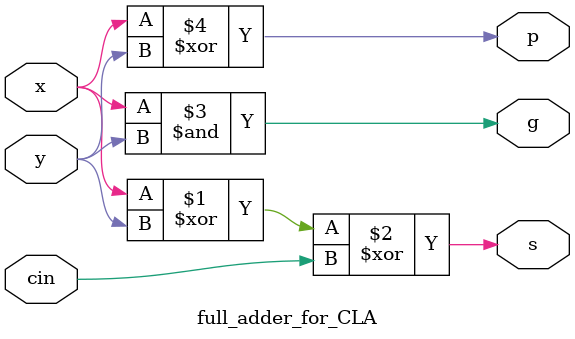
<source format=sv>
module carry_lookahead_adder
(
	 input logic cin,
    input   logic[15:0]     A,
    input   logic[15:0]     B,
    output  logic[15:0]     Sum,
    output  logic           CO
);

    /* TODO
     *
     * Insert code here to implement a CLA adder.
     * Your code should be completly combinational (don't use always_ff or always_latch).
     * Feel free to create sub-modules or other files. */
	  logic [3:0] PG;
	  logic [3:0] GG;
	  logic [3:0] C;
	  four_bit_CLA CLA4_0(.A(A[3:0]),.B(B[3:0]),.cin(cin),.PG(PG[0]),.GG(GG[0]),.sum(Sum[3:0]));
	  four_bit_CLA CLA4_1(.A(A[7:4]),.B(B[7:4]),.cin(C[1]),.PG(PG[1]),.GG(GG[1]),.sum(Sum[7:4]));
	  four_bit_CLA CLA4_2(.A(A[11:8]),.B(B[11:8]),.cin(C[2]),.PG(PG[2]),.GG(GG[2]),.sum(Sum[11:8]));
	  four_bit_CLA CLA4_3(.A(A[15:12]),.B(B[15:12]),.cin(C[3]),.PG(PG[3]),.GG(GG[3]),.sum(Sum[15:12]));
	  
	  sixteen_bit_CLA_CLU CLU16(.PG(PG),.cin(0),.GG(GG),.C(C),.cout(CO));

	  
endmodule


module sixteen_bit_CLA_CLU(
	input [3:0] PG,
	input [3:0] GG,
	input cin,
	output logic [3:0] C,
	output logic PG_f,
	output logic GG_f,
	output logic cout
	);
	
	assign C[0] = cin;
	assign C[1] = (C[0]&PG[0]) | GG[0];
	assign C[2] = (C[0]&PG[0]&PG[1]) | (GG[0]&PG[1]) | GG[1];
	assign C[3] = (C[0]&PG[0]&PG[1]&PG[2]) | (GG[0]&PG[1]&PG[2]) | (GG[1]&PG[2]) | GG[2];
	
	
	assign cout = GG[3] | (GG[2] & PG[3]) | GG[1]&PG[2]&PG[3] | GG[0]&PG[1]&PG[2]&PG[3] | (C[0]&PG[0]&PG[1]&PG[2]&PG[3]);
	assign PG_f = PG[0]&PG[1]&PG[2]&PG[3];
	assign GG_f = GG[3] | GG[2]&PG[3] | GG[1]&PG[3]&PG[2] | GG[0]&PG[3]&PG[2]&PG[1];
	
	
endmodule



module four_bit_CLA(
	input [3:0] A,
	input [3:0] B,
	input cin,
	output logic [3:0] sum,
	output logic PG,
	output logic GG,
	output logic cout
	);
	
	logic [3:0] P;
	logic [3:0] G;
	logic [3:0] C;
	
	
	full_adder_for_CLA fa0(.x(A[0]),.y(B[0]),.cin(cin),.p(P[0]),.g(G[0]),.s(sum[0]));
	full_adder_for_CLA fa1(.x(A[1]),.y(B[1]),.cin(C[1]),.p(P[1]),.g(G[1]),.s(sum[1]));
	full_adder_for_CLA fa2(.x(A[2]),.y(B[2]),.cin(C[2]),.p(P[2]),.g(G[2]),.s(sum[2]));
	full_adder_for_CLA fa3(.x(A[3]),.y(B[3]),.cin(C[3]),.p(P[3]),.g(G[3]),.s(sum[3]));
	
	full_bit_CLA_CLU clu(.P(P),.G(G),.cin(cin),.C(C),.PG(PG),.GG(GG),.cout(cout));

	
	
endmodule

module full_bit_CLA_CLU(
	input [3:0] P,
	input [3:0] G,
	input cin,
	output logic [3:0] C,
	output logic PG,
	output logic GG,
	output logic cout
	);
	
	assign C[0] = cin;
	assign C[1] = (C[0]&P[0]) | G[0];
	assign C[2] = (C[0]&P[0]&P[1]) | (G[0]&P[1]) | G[1];
	assign C[3] = (C[0]&P[0]&P[1]&P[2]) | (G[0]&P[1]&P[2]) | (G[1]&P[2] | G[2]);
	
	assign cout = G[3] | (G[2]&P[3]) | (G[1]&P[2]&P[3]) | (G[0]&P[1]&P[2]&P[3]) | (C[0]&P[0]&P[1]&P[2]&P[3]);
	assign PG = P[0]&P[1]&P[2]&P[3];
	assign GG = G[3] | (G[2]&P[3]) | (G[1]&P[3]&P[2]) | (G[0]&P[3]&P[2]&P[1]);
	
endmodule

module full_adder_for_CLA(
	input x,
	input y,
	input cin,
	output logic p,
	output logic g,
	output logic s
	);
	
	assign s = x^y^cin;
	assign g = x&y;
	assign p = x^y;

endmodule
</source>
